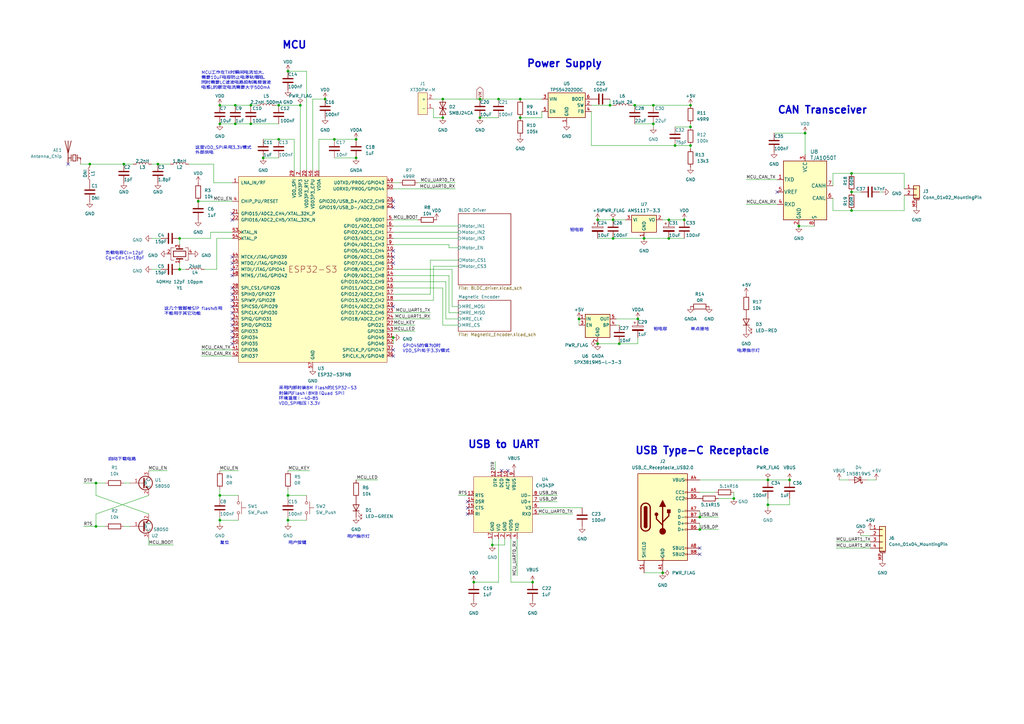
<source format=kicad_sch>
(kicad_sch (version 20230121) (generator eeschema)
  (paper "A3")
  (title_block (title "ServoLess") (date "2023-03-17") (rev "V1.1") (company "Aiano"))
  (junction (at 264.16 97.79))
  (junction (at 39.37 198.12))
  (junction (at 251.46 97.79))
  (junction (at 283.21 59.69))
  (junction (at 196.85 48.26))
  (junction (at 133.35 40.64))
  (junction (at 218.44 238.76))
  (junction (at 300.99 204.47))
  (junction (at 245.11 90.17))
  (junction (at 314.96 196.85))
  (junction (at 102.87 50.8))
  (junction (at 90.17 50.8))
  (junction (at 276.86 59.69))
  (junction (at 146.05 64.77))
  (junction (at 114.3 43.18))
  (junction (at 181.61 48.26))
  (junction (at 114.3 57.15))
  (junction (at 194.31 238.76))
  (junction (at 118.11 29.21))
  (junction (at 267.97 50.8))
  (junction (at 90.17 203.2))
  (junction (at 123.19 43.18))
  (junction (at 271.78 234.95))
  (junction (at 64.77 67.31))
  (junction (at 237.49 130.81))
  (junction (at 81.28 82.55))
  (junction (at 36.83 67.31))
  (junction (at 280.67 90.17))
  (junction (at 349.25 71.12))
  (junction (at 204.47 40.64))
  (junction (at 146.05 57.15))
  (junction (at 287.02 217.17))
  (junction (at 96.52 50.8))
  (junction (at 73.66 97.79))
  (junction (at 137.16 57.15))
  (junction (at 161.29 138.43))
  (junction (at 181.61 40.64))
  (junction (at 274.32 97.79))
  (junction (at 196.85 40.64))
  (junction (at 245.11 140.97))
  (junction (at 283.21 43.18))
  (junction (at 349.25 86.36))
  (junction (at 323.85 196.85))
  (junction (at 349.25 78.74))
  (junction (at 283.21 52.07))
  (junction (at 90.17 43.18))
  (junction (at 201.93 223.52))
  (junction (at 267.97 43.18))
  (junction (at 251.46 90.17))
  (junction (at 314.96 207.01))
  (junction (at 50.8 67.31))
  (junction (at 327.66 92.71))
  (junction (at 90.17 213.36))
  (junction (at 39.37 215.9))
  (junction (at 73.66 110.49))
  (junction (at 274.32 90.17))
  (junction (at 261.62 130.81))
  (junction (at 213.36 40.64))
  (junction (at 330.2 54.61))
  (junction (at 118.11 213.36))
  (junction (at 118.11 203.2))
  (junction (at 254 140.97))
  (junction (at 287.02 212.09))
  (junction (at 96.52 43.18))
  (junction (at 213.36 48.26))
  (junction (at 260.35 43.18))
  (junction (at 107.95 64.77))
  (junction (at 102.87 43.18))
  (junction (at 250.19 43.18))
  (no_connect (at 161.29 107.95))
  (no_connect (at 95.25 107.95))
  (no_connect (at 95.25 130.81))
  (no_connect (at 95.25 113.03))
  (no_connect (at 161.29 143.51))
  (no_connect (at 287.02 227.33))
  (no_connect (at 95.25 140.97))
  (no_connect (at 95.25 128.27))
  (no_connect (at 161.29 105.41))
  (no_connect (at 287.02 224.79))
  (no_connect (at 208.28 193.04))
  (no_connect (at 95.25 105.41))
  (no_connect (at 95.25 87.63))
  (no_connect (at 191.77 208.28))
  (no_connect (at 95.25 135.89))
  (no_connect (at 161.29 125.73))
  (no_connect (at 318.77 78.74))
  (no_connect (at 161.29 102.87))
  (no_connect (at 95.25 123.19))
  (no_connect (at 95.25 138.43))
  (no_connect (at 161.29 82.55))
  (no_connect (at 95.25 110.49))
  (no_connect (at 95.25 120.65))
  (no_connect (at 95.25 118.11))
  (no_connect (at 191.77 205.74))
  (no_connect (at 27.94 67.31))
  (no_connect (at 95.25 125.73))
  (no_connect (at 161.29 85.09))
  (no_connect (at 95.25 90.17))
  (no_connect (at 161.29 146.05))
  (no_connect (at 205.74 193.04))
  (no_connect (at 95.25 133.35))
  (no_connect (at 191.77 210.82))
  (wire (pts (xy 271.78 90.17) (xy 274.32 90.17)))
  (wire (pts (xy 274.32 97.79) (xy 280.67 97.79)))
  (wire (pts (xy 181.61 118.11) (xy 161.29 118.11)))
  (wire (pts (xy 170.18 133.35) (xy 161.29 133.35)))
  (wire (pts (xy 181.61 40.64) (xy 196.85 40.64)))
  (wire (pts (xy 97.79 193.04) (xy 90.17 193.04)))
  (wire (pts (xy 62.23 110.49) (xy 66.04 110.49)))
  (wire (pts (xy 118.11 200.66) (xy 118.11 203.2)))
  (wire (pts (xy 264.16 234.95) (xy 271.78 234.95)))
  (wire (pts (xy 237.49 130.81) (xy 237.49 133.35)))
  (wire (pts (xy 342.9 222.25) (xy 356.87 222.25)))
  (wire (pts (xy 82.55 143.51) (xy 95.25 143.51)))
  (wire (pts (xy 137.16 64.77) (xy 146.05 64.77)))
  (wire (pts (xy 177.8 44.45) (xy 177.8 48.26)))
  (wire (pts (xy 73.66 97.79) (xy 73.66 100.33)))
  (wire (pts (xy 39.37 210.82) (xy 60.96 203.2)))
  (wire (pts (xy 341.63 76.2) (xy 341.63 71.12)))
  (wire (pts (xy 254 140.97) (xy 245.11 140.97)))
  (wire (pts (xy 177.8 123.19) (xy 161.29 123.19)))
  (wire (pts (xy 161.29 97.79) (xy 187.96 97.79)))
  (wire (pts (xy 186.69 74.93) (xy 171.45 74.93)))
  (wire (pts (xy 274.32 90.17) (xy 280.67 90.17)))
  (wire (pts (xy 128.27 69.85) (xy 128.27 40.64)))
  (wire (pts (xy 287.02 201.93) (xy 293.37 201.93)))
  (wire (pts (xy 62.23 67.31) (xy 64.77 67.31)))
  (wire (pts (xy 73.66 107.95) (xy 73.66 110.49)))
  (wire (pts (xy 96.52 50.8) (xy 102.87 50.8)))
  (wire (pts (xy 314.96 208.28) (xy 314.96 207.01)))
  (wire (pts (xy 50.8 198.12) (xy 53.34 198.12)))
  (wire (pts (xy 60.96 223.52) (xy 60.96 220.98)))
  (wire (pts (xy 220.98 208.28) (xy 238.76 208.28)))
  (wire (pts (xy 184.15 113.03) (xy 161.29 113.03)))
  (wire (pts (xy 86.36 97.79) (xy 73.66 97.79)))
  (wire (pts (xy 86.36 95.25) (xy 86.36 97.79)))
  (wire (pts (xy 118.11 213.36) (xy 118.11 212.09)))
  (wire (pts (xy 300.99 201.93) (xy 300.99 204.47)))
  (wire (pts (xy 43.18 215.9) (xy 39.37 215.9)))
  (wire (pts (xy 118.11 203.2) (xy 118.11 204.47)))
  (wire (pts (xy 196.85 40.64) (xy 204.47 40.64)))
  (wire (pts (xy 252.73 130.81) (xy 261.62 130.81)))
  (wire (pts (xy 204.47 220.98) (xy 204.47 238.76)))
  (wire (pts (xy 287.02 196.85) (xy 314.96 196.85)))
  (wire (pts (xy 88.9 97.79) (xy 95.25 97.79)))
  (wire (pts (xy 341.63 71.12) (xy 349.25 71.12)))
  (wire (pts (xy 114.3 57.15) (xy 107.95 57.15)))
  (wire (pts (xy 33.02 67.31) (xy 36.83 67.31)))
  (wire (pts (xy 245.11 97.79) (xy 251.46 97.79)))
  (wire (pts (xy 62.23 97.79) (xy 66.04 97.79)))
  (wire (pts (xy 184.15 100.33) (xy 184.15 101.6)))
  (wire (pts (xy 182.88 115.57) (xy 161.29 115.57)))
  (wire (pts (xy 187.96 133.35) (xy 181.61 133.35)))
  (wire (pts (xy 294.64 204.47) (xy 300.99 204.47)))
  (wire (pts (xy 370.84 86.36) (xy 370.84 80.01)))
  (wire (pts (xy 250.19 40.64) (xy 250.19 43.18)))
  (wire (pts (xy 177.8 40.64) (xy 181.61 40.64)))
  (wire (pts (xy 90.17 213.36) (xy 90.17 212.09)))
  (wire (pts (xy 370.84 71.12) (xy 370.84 77.47)))
  (wire (pts (xy 177.8 109.22) (xy 177.8 123.19)))
  (wire (pts (xy 287.02 214.63) (xy 287.02 217.17)))
  (wire (pts (xy 176.53 128.27) (xy 161.29 128.27)))
  (wire (pts (xy 161.29 92.71) (xy 187.96 92.71)))
  (wire (pts (xy 349.25 86.36) (xy 370.84 86.36)))
  (wire (pts (xy 306.07 83.82) (xy 318.77 83.82)))
  (wire (pts (xy 118.11 203.2) (xy 125.73 203.2)))
  (wire (pts (xy 245.11 90.17) (xy 251.46 90.17)))
  (wire (pts (xy 242.57 45.72) (xy 242.57 59.69)))
  (wire (pts (xy 176.53 106.68) (xy 176.53 120.65)))
  (wire (pts (xy 250.19 43.18) (xy 251.46 43.18)))
  (wire (pts (xy 137.16 57.15) (xy 146.05 57.15)))
  (wire (pts (xy 34.29 198.12) (xy 39.37 198.12)))
  (wire (pts (xy 261.62 140.97) (xy 254 140.97)))
  (wire (pts (xy 222.25 45.72) (xy 222.25 48.26)))
  (wire (pts (xy 323.85 207.01) (xy 323.85 204.47)))
  (wire (pts (xy 177.8 48.26) (xy 181.61 48.26)))
  (wire (pts (xy 201.93 220.98) (xy 201.93 223.52)))
  (wire (pts (xy 81.28 82.55) (xy 95.25 82.55)))
  (wire (pts (xy 87.63 67.31) (xy 77.47 67.31)))
  (wire (pts (xy 130.81 57.15) (xy 137.16 57.15)))
  (wire (pts (xy 187.96 106.68) (xy 176.53 106.68)))
  (wire (pts (xy 39.37 198.12) (xy 39.37 203.2)))
  (wire (pts (xy 127 193.04) (xy 118.11 193.04)))
  (wire (pts (xy 90.17 213.36) (xy 97.79 213.36)))
  (wire (pts (xy 123.19 43.18) (xy 114.3 43.18)))
  (wire (pts (xy 355.6 196.85) (xy 359.41 196.85)))
  (wire (pts (xy 342.9 224.79) (xy 356.87 224.79)))
  (wire (pts (xy 95.25 95.25) (xy 86.36 95.25)))
  (wire (pts (xy 182.88 130.81) (xy 182.88 115.57)))
  (wire (pts (xy 96.52 43.18) (xy 102.87 43.18)))
  (wire (pts (xy 90.17 203.2) (xy 90.17 204.47)))
  (wire (pts (xy 39.37 210.82) (xy 39.37 215.9)))
  (wire (pts (xy 161.29 74.93) (xy 163.83 74.93)))
  (wire (pts (xy 260.35 50.8) (xy 267.97 50.8)))
  (wire (pts (xy 209.55 238.76) (xy 218.44 238.76)))
  (wire (pts (xy 34.29 215.9) (xy 39.37 215.9)))
  (wire (pts (xy 73.66 110.49) (xy 76.2 110.49)))
  (wire (pts (xy 185.42 110.49) (xy 161.29 110.49)))
  (wire (pts (xy 259.08 43.18) (xy 260.35 43.18)))
  (wire (pts (xy 176.53 120.65) (xy 161.29 120.65)))
  (wire (pts (xy 207.01 223.52) (xy 201.93 223.52)))
  (wire (pts (xy 83.82 110.49) (xy 88.9 110.49)))
  (wire (pts (xy 125.73 69.85) (xy 125.73 29.21)))
  (wire (pts (xy 228.6 203.2) (xy 220.98 203.2)))
  (wire (pts (xy 252.73 133.35) (xy 254 133.35)))
  (wire (pts (xy 361.95 78.74) (xy 360.68 78.74)))
  (wire (pts (xy 209.55 220.98) (xy 209.55 238.76)))
  (wire (pts (xy 204.47 238.76) (xy 194.31 238.76)))
  (wire (pts (xy 276.86 52.07) (xy 283.21 52.07)))
  (wire (pts (xy 222.25 48.26) (xy 213.36 48.26)))
  (wire (pts (xy 128.27 40.64) (xy 133.35 40.64)))
  (wire (pts (xy 43.18 198.12) (xy 39.37 198.12)))
  (wire (pts (xy 212.09 236.22) (xy 212.09 220.98)))
  (wire (pts (xy 306.07 73.66) (xy 318.77 73.66)))
  (wire (pts (xy 251.46 90.17) (xy 256.54 90.17)))
  (wire (pts (xy 234.95 210.82) (xy 220.98 210.82)))
  (wire (pts (xy 203.2 189.23) (xy 203.2 193.04)))
  (wire (pts (xy 287.02 209.55) (xy 287.02 212.09)))
  (wire (pts (xy 102.87 50.8) (xy 114.3 50.8)))
  (wire (pts (xy 50.8 67.31) (xy 54.61 67.31)))
  (wire (pts (xy 118.11 213.36) (xy 125.73 213.36)))
  (wire (pts (xy 276.86 59.69) (xy 283.21 59.69)))
  (wire (pts (xy 90.17 214.63) (xy 90.17 213.36)))
  (wire (pts (xy 161.29 95.25) (xy 187.96 95.25)))
  (wire (pts (xy 187.96 203.2) (xy 191.77 203.2)))
  (wire (pts (xy 196.85 48.26) (xy 204.47 48.26)))
  (wire (pts (xy 69.85 67.31) (xy 64.77 67.31)))
  (wire (pts (xy 353.06 219.71) (xy 356.87 219.71)))
  (wire (pts (xy 353.06 78.74) (xy 349.25 78.74)))
  (wire (pts (xy 187.96 125.73) (xy 185.42 125.73)))
  (wire (pts (xy 90.17 43.18) (xy 96.52 43.18)))
  (wire (pts (xy 317.5 54.61) (xy 330.2 54.61)))
  (wire (pts (xy 176.53 130.81) (xy 161.29 130.81)))
  (wire (pts (xy 184.15 128.27) (xy 184.15 113.03)))
  (wire (pts (xy 71.12 223.52) (xy 60.96 223.52)))
  (wire (pts (xy 82.55 146.05) (xy 95.25 146.05)))
  (wire (pts (xy 114.3 57.15) (xy 120.65 57.15)))
  (wire (pts (xy 242.57 59.69) (xy 276.86 59.69)))
  (wire (pts (xy 294.64 217.17) (xy 287.02 217.17)))
  (wire (pts (xy 267.97 50.8) (xy 267.97 52.07)))
  (wire (pts (xy 213.36 40.64) (xy 222.25 40.64)))
  (wire (pts (xy 113.03 43.18) (xy 114.3 43.18)))
  (wire (pts (xy 261.62 138.43) (xy 261.62 140.97)))
  (wire (pts (xy 120.65 69.85) (xy 120.65 57.15)))
  (wire (pts (xy 60.96 193.04) (xy 68.58 193.04)))
  (wire (pts (xy 186.69 77.47) (xy 161.29 77.47)))
  (wire (pts (xy 204.47 40.64) (xy 213.36 40.64)))
  (wire (pts (xy 95.25 74.93) (xy 87.63 74.93)))
  (wire (pts (xy 154.94 196.85) (xy 146.05 196.85)))
  (wire (pts (xy 344.17 196.85) (xy 347.98 196.85)))
  (wire (pts (xy 161.29 138.43) (xy 161.29 140.97)))
  (wire (pts (xy 130.81 69.85) (xy 130.81 57.15)))
  (wire (pts (xy 314.96 207.01) (xy 323.85 207.01)))
  (wire (pts (xy 264.16 97.79) (xy 274.32 97.79)))
  (wire (pts (xy 267.97 43.18) (xy 283.21 43.18)))
  (wire (pts (xy 349.25 71.12) (xy 370.84 71.12)))
  (wire (pts (xy 228.6 205.74) (xy 220.98 205.74)))
  (wire (pts (xy 90.17 200.66) (xy 90.17 203.2)))
  (wire (pts (xy 87.63 74.93) (xy 87.63 67.31)))
  (wire (pts (xy 207.01 220.98) (xy 207.01 223.52)))
  (wire (pts (xy 251.46 97.79) (xy 264.16 97.79)))
  (wire (pts (xy 187.96 128.27) (xy 184.15 128.27)))
  (wire (pts (xy 260.35 43.18) (xy 267.97 43.18)))
  (wire (pts (xy 341.63 81.28) (xy 341.63 86.36)))
  (wire (pts (xy 88.9 110.49) (xy 88.9 97.79)))
  (wire (pts (xy 187.96 109.22) (xy 177.8 109.22)))
  (wire (pts (xy 107.95 64.77) (xy 114.3 64.77)))
  (wire (pts (xy 287.02 212.09) (xy 294.64 212.09)))
  (wire (pts (xy 161.29 90.17) (xy 171.45 90.17)))
  (wire (pts (xy 185.42 125.73) (xy 185.42 110.49)))
  (wire (pts (xy 184.15 101.6) (xy 187.96 101.6)))
  (wire (pts (xy 123.19 69.85) (xy 123.19 43.18)))
  (wire (pts (xy 102.87 43.18) (xy 105.41 43.18)))
  (wire (pts (xy 341.63 86.36) (xy 349.25 86.36)))
  (wire (pts (xy 50.8 215.9) (xy 53.34 215.9)))
  (wire (pts (xy 187.96 130.81) (xy 182.88 130.81)))
  (wire (pts (xy 170.18 135.89) (xy 161.29 135.89)))
  (wire (pts (xy 36.83 67.31) (xy 50.8 67.31)))
  (wire (pts (xy 314.96 207.01) (xy 314.96 204.47)))
  (wire (pts (xy 39.37 203.2) (xy 60.96 210.82)))
  (wire (pts (xy 181.61 133.35) (xy 181.61 118.11)))
  (wire (pts (xy 314.96 196.85) (xy 323.85 196.85)))
  (wire (pts (xy 327.66 92.71) (xy 334.01 92.71)))
  (wire (pts (xy 242.57 43.18) (xy 250.19 43.18)))
  (wire (pts (xy 283.21 59.69) (xy 283.21 60.96)))
  (wire (pts (xy 330.2 54.61) (xy 330.2 63.5)))
  (wire (pts (xy 125.73 29.21) (xy 118.11 29.21)))
  (wire (pts (xy 118.11 214.63) (xy 118.11 213.36)))
  (wire (pts (xy 161.29 100.33) (xy 184.15 100.33)))
  (wire (pts (xy 90.17 203.2) (xy 97.79 203.2)))
  (wire (pts (xy 90.17 50.8) (xy 96.52 50.8)))
  (wire (pts (xy 283.21 50.8) (xy 283.21 52.07)))
  (text "单点接地" (at 283.21 135.89 0) (effects (font (size 1.27 1.27)) (justify left bottom)))
  (text "封装内Flash：8MB（Quad SPI）\n环境温度：-40~85\nVDD_SPI电压：3.3V" (at 114.3 166.37 0) (effects (font (size 1.27 1.27)) (justify left bottom)))
  (text "采用内部封装8M Flash的ESP32-S3" (at 114.3 160.02 0) (effects (font (size 1.27 1.27)) (justify left bottom)))
  (text "自动下载电路" (at 44.45 189.23 0) (effects (font (size 1.27 1.27)) (justify left bottom)))
  (text "USB to UART" (at 191.77 184.15 0) (effects (font (size 3 3) (thickness 0.6) bold) (justify left bottom)))
  (text "这几个管脚被SiP flash占用\n不能用于其它功能" (at 67.31 129.54 0) (effects (font (size 1.27 1.27)) (justify left bottom)))
  (text "负载电容Cl=12pF\nCg=Cd=14~18pF" (at 43.18 106.68 0) (effects (font (size 1.27 1.27)) (justify left bottom)))
  (text "这里VDD_SPI采用3.3V模式\n外部供电" (at 80.01 63.5 0) (effects (font (size 1.27 1.27)) (justify left bottom)))
  (text "电源指示灯" (at 302.26 144.78 0) (effects (font (size 1.27 1.27)) (justify left bottom)))
  (text "USB Type-C Receptacle" (at 260.35 186.69 0) (effects (font (size 3 3) (thickness 0.6) bold) (justify left bottom)))
  (text "钽电容\n" (at 267.97 135.89 0) (effects (font (size 1.27 1.27)) (justify left bottom)))
  (text "GPIO45的值为0时\nVDD_SPI处于3.3V模式" (at 165.1 144.78 0) (effects (font (size 1.27 1.27)) (justify left bottom)))
  (text "CAN Transceiver" (at 318.77 46.99 0) (effects (font (size 3 3) (thickness 0.6) bold) (justify left bottom)))
  (text "用户指示灯" (at 142.24 220.98 0) (effects (font (size 1.27 1.27)) (justify left bottom)))
  (text "MCU工作在TX时瞬间电流加大，\n需要10uF电容防止电源轨塌陷，\n同时需要LC滤波电路抑制高频谐波\n电感L的额定电流需要大于500mA" (at 82.55 36.83 0) (effects (font (size 1.27 1.27)) (justify left bottom)))
  (text "MCU\n" (at 115.57 20.32 0) (effects (font (size 3 3) (thickness 0.6) bold) (justify left bottom)))
  (text "复位\n" (at 90.17 223.52 0) (effects (font (size 1.27 1.27)) (justify left bottom)))
  (text "Power Supply\n" (at 215.9 27.94 0) (effects (font (size 3 3) (thickness 0.6) bold) (justify left bottom)))
  (text "钽电容\n" (at 233.68 95.25 0) (effects (font (size 1.27 1.27)) (justify left bottom)))
  (text "用户按键\n" (at 118.11 223.52 0) (effects (font (size 1.27 1.27)) (justify left bottom)))
  (label "MCU_EN" (at 95.25 82.55 180))
  (label "MCU_LED" (at 154.94 196.85 180))
  (label "USB_DN" (at 294.64 212.09 180))
  (label "MCU_UART0_TX" (at 186.69 74.93 180))
  (label "MCU_UART1_RX" (at 176.53 130.81 180))
  (label "MCU_UART0_TX" (at 234.95 210.82 180))
  (label "RTS" (at 187.96 203.2 0))
  (label "RTS" (at 34.29 215.9 0))
  (label "MCU_KEY" (at 127 193.04 180))
  (label "MCU_BOOT" (at 71.12 223.52 180))
  (label "MCU_CAN_RX" (at 82.55 146.05 0))
  (label "MCU_UART1_TX" (at 176.53 128.27 180))
  (label "MCU_UART1_RX" (at 342.9 224.79 0))
  (label "USB_DP" (at 294.64 217.17 180))
  (label "MCU_EN" (at 97.79 193.04 180))
  (label "MCU_UART0_RX" (at 186.69 77.47 180))
  (label "USB_DP" (at 228.6 205.74 180))
  (label "MCU_KEY" (at 170.18 133.35 180))
  (label "MCU_CAN_TX" (at 82.55 143.51 0))
  (label "MCU_CAN_RX" (at 306.07 83.82 0))
  (label "MCU_LED" (at 170.18 135.89 180))
  (label "MCU_BOOT" (at 171.45 90.17 180))
  (label "USB_DN" (at 228.6 203.2 180))
  (label "DTR" (at 203.2 189.23 270))
  (label "MCU_UART1_TX" (at 342.9 222.25 0))
  (label "MCU_EN" (at 68.58 193.04 180))
  (label "DTR" (at 34.29 198.12 0))
  (label "MCU_UART0_RX" (at 212.09 236.22 90))
  (label "MCU_CAN_TX" (at 306.07 73.66 0))
  (global_label "VM" (shape output) (at 196.85 40.64 90) (property "Intersheetrefs" "${INTERSHEET_REFS}" (effects hide)))
  (symbol (lib_id "power:VDDA") (at 261.62 130.81 0) (unit 1)
    (property "Reference" "#PWR040" (effects hide))
    (property "Value" "VDDA" (at 261.62 127 0))
  )
  (symbol (lib_id "Device:R") (at 90.17 196.85 0) (unit 1)
    (property "Reference" "R4" (at 92.71 195.5799 0) (effects (justify left)))
    (property "Value" "0R" (at 92.71 198.1199 0) (effects (justify left)))
    (property "Footprint" "Resistor_SMD:R_0402_1005Metric" (effects hide))
  )
  (symbol (lib_id "power:GND") (at 50.8 74.93 0) (unit 1)
    (property "Reference" "#PWR02" (effects hide))
    (property "Value" "GND" (at 50.8 78.74 0))
  )
  (symbol (lib_id "Device:R") (at 306.07 124.46 0) (unit 1)
    (property "Reference" "R17" (at 308.61 123.825 0) (effects (justify left)))
    (property "Value" "10k" (at 308.61 126.365 0) (effects (justify left)))
    (property "Footprint" "Resistor_SMD:R_0402_1005Metric" (effects hide))
  )
  (symbol (lib_id "Espressif:ESP32-S3") (at 128.27 110.49 0) (unit 1)
    (property "Reference" "U3" (at 130.2259 151.13 0) (effects (justify left)))
    (property "Value" "ESP32-S3FN8" (at 130.2259 153.67 0) (effects (justify left)))
    (property "Footprint" "Package_DFN_QFN:QFN-56-1EP_7x7mm_P0.4mm_EP5.6x5.6mm" (effects hide))
    (property "Datasheet" "https://www.espressif.com/sites/default/files/documentation/esp32-s3_datasheet_en.pdf" (effects hide))
  )
  (symbol (lib_id "power:GND") (at 133.35 48.26 0) (unit 1)
    (property "Reference" "#PWR020" (effects hide))
    (property "Value" "GND" (at 133.35 53.34 0))
  )
  (symbol (lib_id "Switch:SW_Push") (at 97.79 208.28 270) (unit 1)
    (property "Reference" "SW1" (at 101.6 207.645 90) (effects (justify left)))
    (property "Value" "SW_Push" (at 101.6 210.185 90) (effects (justify left)))
    (property "Footprint" "Button_Switch_SMD:SW_Push_1P1T_NO_Vertical_Wuerth_434133025816" (effects hide))
  )
  (symbol (lib_id "Device:R") (at 297.18 201.93 90) (unit 1)
    (property "Reference" "R16" (at 300.99 199.39 90))
    (property "Value" "5.1k" (at 297.18 199.39 90))
    (property "Footprint" "Resistor_SMD:R_0402_1005Metric" (effects hide))
  )
  (symbol (lib_id "power:GND") (at 194.31 246.38 0) (unit 1)
    (property "Reference" "#PWR028" (effects hide))
    (property "Value" "GND" (at 194.31 251.46 0))
  )
  (symbol (lib_id "Device:C") (at 280.67 93.98 0) (unit 1)
    (property "Reference" "C33" (at 281.305 91.44 0) (effects (justify left)))
    (property "Value" "100nF" (at 281.305 96.52 0) (effects (justify left)))
    (property "Footprint" "Capacitor_SMD:C_0402_1005Metric" (effects hide))
  )
  (symbol (lib_id "Device:C") (at 114.3 60.96 0) (unit 1)
    (property "Reference" "C13" (at 114.3 58.42 0) (effects (justify left)))
    (property "Value" "100nF" (at 114.3 63.5 0) (effects (justify left)))
    (property "Footprint" "Capacitor_SMD:C_0402_1005Metric" (effects hide))
  )
  (symbol (lib_name "PWR_FLAG_1") (lib_id "power:PWR_FLAG") (at 245.11 140.97 90) (unit 1)
    (property "Reference" "#FLG04" (effects hide))
    (property "Value" "PWR_FLAG" (at 241.3 141.605 90) (effects (justify left)))
  )
  (symbol (lib_id "Device:C") (at 146.05 60.96 0) (unit 1)
    (property "Reference" "C18" (at 149.86 60.325 0) (effects (justify left)))
    (property "Value" "1uF" (at 149.86 62.865 0) (effects (justify left)))
    (property "Footprint" "Capacitor_SMD:C_0603_1608Metric" (effects hide))
  )
  (symbol (lib_id "power:GND") (at 232.41 50.8 0) (unit 1)
    (property "Reference" "#PWR035" (effects hide))
    (property "Value" "GND" (at 232.41 55.88 0))
  )
  (symbol (lib_id "Device:Antenna_Chip") (at 30.48 64.77 0) (mirror y) (unit 1)
    (property "Reference" "AE1" (at 25.4 61.595 0) (effects (justify left)))
    (property "Value" "Antenna_Chip" (at 25.4 64.135 0) (effects (justify left)))
    (property "Footprint" "czm_kicad_lib:AN2051" (effects hide))
  )
  (symbol (lib_id "power:VDD") (at 90.17 43.18 0) (unit 1)
    (property "Reference" "#PWR010" (effects hide))
    (property "Value" "VDD" (at 90.17 39.37 0))
  )
  (symbol (lib_id "Device:C") (at 137.16 60.96 0) (unit 1)
    (property "Reference" "C17" (at 137.795 58.42 0) (effects (justify left)))
    (property "Value" "10nF" (at 137.795 63.5 0) (effects (justify left)))
    (property "Footprint" "Capacitor_SMD:C_0402_1005Metric" (effects hide))
  )
  (symbol (lib_id "Device:C") (at 96.52 46.99 0) (unit 1)
    (property "Reference" "C9" (at 96.52 44.45 0) (effects (justify left)))
    (property "Value" "1uF" (at 96.52 49.53 0) (effects (justify left)))
    (property "Footprint" "Capacitor_SMD:C_0603_1608Metric" (effects hide))
  )
  (symbol (lib_id "power:VDD") (at 81.28 74.93 0) (unit 1)
    (property "Reference" "#PWR08" (effects hide))
    (property "Value" "VDD" (at 81.28 71.12 0))
  )
  (symbol (lib_id "Device:C") (at 107.95 60.96 0) (unit 1)
    (property "Reference" "C11" (at 107.95 58.42 0) (effects (justify left)))
    (property "Value" "1uF" (at 107.95 63.5 0) (effects (justify left)))
    (property "Footprint" "Capacitor_SMD:C_0603_1608Metric" (effects hide))
  )
  (symbol (lib_id "czm_kicad_lib:XT30PW-M") (at 171.45 46.99 0) (unit 1)
    (property "Reference" "J1" (at 173.355 34.29 0))
    (property "Value" "XT30PW-M" (at 173.355 36.83 0))
    (property "Footprint" "czm_kicad_lib:AMASS_XT30PW-M_1x02_P2.50mm_Horizontal" (effects hide))
  )
  (symbol (lib_id "power:GND") (at 327.66 92.71 0) (unit 1)
    (property "Reference" "#PWR055" (effects hide))
    (property "Value" "GND" (at 327.66 97.79 0))
  )
  (symbol (lib_id "Device:R") (at 349.25 82.55 0) (unit 1)
    (property "Reference" "R19" (at 346.71 82.55 90))
    (property "Value" "60R" (at 349.25 82.55 90))
    (property "Footprint" "Resistor_SMD:R_0402_1005Metric" (effects hide))
  )
  (symbol (lib_id "Device:R") (at 283.21 55.88 0) (unit 1)
    (property "Reference" "R12" (at 285.75 55.245 0) (effects (justify left)))
    (property "Value" "100k" (at 285.75 57.785 0) (effects (justify left)))
    (property "Footprint" "Resistor_SMD:R_0402_1005Metric" (effects hide))
  )
  (symbol (lib_id "power:VDD") (at 179.07 90.17 0) (unit 1)
    (property "Reference" "#PWR025" (effects hide))
    (property "Value" "VDD" (at 179.07 86.36 0))
  )
  (symbol (lib_id "power:VDD") (at 118.11 29.21 0) (unit 1)
    (property "Reference" "#PWR015" (effects hide))
    (property "Value" "VDD" (at 118.11 25.4 0))
  )
  (symbol (lib_id "power:VDD") (at 133.35 40.64 0) (unit 1)
    (property "Reference" "#PWR019" (effects hide))
    (property "Value" "VDD" (at 133.35 36.83 0))
  )
  (symbol (lib_id "Device:L") (at 36.83 71.12 180) (unit 1)
    (property "Reference" "L1" (at 38.1 71.12 90))
    (property "Value" "DNI" (at 34.925 71.12 90))
    (property "Footprint" "Inductor_SMD:L_0402_1005Metric" (effects hide))
  )
  (symbol (lib_id "Device:C") (at 254 137.16 0) (unit 1)
    (property "Reference" "C27" (at 254 134.62 0) (effects (justify left)))
    (property "Value" "10nF" (at 254 139.7 0) (effects (justify left)))
    (property "Footprint" "Capacitor_SMD:C_0402_1005Metric" (effects hide))
  )
  (symbol (lib_id "power:GND") (at 361.95 229.87 0) (unit 1)
    (property "Reference" "#PWR013" (effects hide))
    (property "Value" "GND" (at 361.95 234.95 0))
  )
  (symbol (lib_id "power:GND") (at 128.27 151.13 0) (unit 1)
    (property "Reference" "#PWR018" (effects hide))
    (property "Value" "GND" (at 128.27 156.21 0))
  )
  (symbol (lib_id "power:GND") (at 213.36 55.88 0) (unit 1)
    (property "Reference" "#PWR032" (effects hide))
    (property "Value" "GND" (at 213.36 60.96 0))
  )
  (symbol (lib_id "power:PWR_FLAG") (at 271.78 234.95 270) (unit 1)
    (property "Reference" "#FLG01" (effects hide))
    (property "Value" "PWR_FLAG" (at 275.59 234.9499 90) (effects (justify left)))
  )
  (symbol (lib_id "power:GND") (at 314.96 208.28 0) (unit 1)
    (property "Reference" "#PWR052" (effects hide))
    (property "Value" "GND" (at 314.96 213.36 0))
  )
  (symbol (lib_id "Device:C") (at 196.85 44.45 0) (unit 1)
    (property "Reference" "C20" (at 196.85 41.91 0) (effects (justify left)))
    (property "Value" "10uF" (at 196.85 46.99 0) (effects (justify left)))
    (property "Footprint" "Capacitor_SMD:C_1206_3216Metric" (effects hide))
  )
  (symbol (lib_id "power:GNDA") (at 283.21 125.73 0) (unit 1)
    (property "Reference" "#PWR047" (effects hide))
    (property "Value" "GNDA" (at 283.21 130.81 0))
  )
  (symbol (lib_id "power:GND") (at 218.44 246.38 0) (unit 1)
    (property "Reference" "#PWR034" (effects hide))
    (property "Value" "GND" (at 218.44 251.46 0))
  )
  (symbol (lib_id "Device:C") (at 81.28 86.36 0) (unit 1)
    (property "Reference" "C6" (at 85.09 85.725 0) (effects (justify left)))
    (property "Value" "1uF" (at 85.09 88.265 0) (effects (justify left)))
    (property "Footprint" "Capacitor_SMD:C_0402_1005Metric" (effects hide))
  )
  (symbol (lib_id "power:GND") (at 118.11 36.83 0) (unit 1)
    (property "Reference" "#PWR016" (effects hide))
    (property "Value" "GND" (at 118.11 41.91 0))
  )
  (symbol (lib_name "PWR_FLAG_2") (lib_id "power:PWR_FLAG") (at 251.46 90.17 0) (unit 1)
    (property "Reference" "#FLG05" (effects hide))
    (property "Value" "PWR_FLAG" (at 251.46 86.36 0))
  )
  (symbol (lib_id "Device:R") (at 46.99 198.12 90) (unit 1)
    (property "Reference" "R1" (at 46.99 191.77 90))
    (property "Value" "10k" (at 46.99 194.31 90))
    (property "Footprint" "Resistor_SMD:R_0402_1005Metric" (effects hide))
  )
  (symbol (lib_id "power:GND") (at 62.23 97.79 270) (unit 1)
    (property "Reference" "#PWR03" (effects hide))
    (property "Value" "GND" (at 58.42 98.425 90) (effects (justify right)))
  )
  (symbol (lib_id "Device:C") (at 118.11 208.28 0) (unit 1)
    (property "Reference" "C15" (at 118.11 205.74 0) (effects (justify left)))
    (property "Value" "100nF" (at 118.11 210.82 0) (effects (justify left)))
    (property "Footprint" "Capacitor_SMD:C_0402_1005Metric" (effects hide))
  )
  (symbol (lib_id "Diode:1N5819WS") (at 351.79 196.85 180) (unit 1)
    (property "Reference" "D4" (at 352.1075 191.77 0))
    (property "Value" "1N5819WS" (at 352.1075 194.31 0))
    (property "Footprint" "Diode_SMD:D_SOD-323" (effects hide))
    (property "Datasheet" "https://datasheet.lcsc.com/lcsc/2204281430_Guangdong-Hottech-1N5819WS_C191023.pdf" (effects hide))
  )
  (symbol (lib_id "Device:L") (at 109.22 43.18 90) (unit 1)
    (property "Reference" "L5" (at 109.22 39.37 90))
    (property "Value" "2.2nH 500mA" (at 109.22 41.91 90))
    (property "Footprint" "Inductor_SMD:L_0603_1608Metric" (effects hide))
  )
  (symbol (lib_id "power:GND") (at 90.17 214.63 0) (unit 1)
    (property "Reference" "#PWR012" (effects hide))
    (property "Value" "GND" (at 90.17 219.71 0))
  )
  (symbol (lib_id "Device:R") (at 146.05 200.66 0) (unit 1)
    (property "Reference" "R6" (at 148.59 200.025 0) (effects (justify left)))
    (property "Value" "10k" (at 148.59 202.565 0) (effects (justify left)))
    (property "Footprint" "Resistor_SMD:R_0402_1005Metric" (effects hide))
  )
  (symbol (lib_id "Device:Crystal_GND24") (at 73.66 104.14 90) (unit 1)
    (property "Reference" "Y1" (at 73.66 118.11 90))
    (property "Value" "40MHz 12pF 10ppm" (at 73.66 115.57 90))
    (property "Footprint" "Crystal:Crystal_SMD_3225-4Pin_3.2x2.5mm" (effects hide))
  )
  (symbol (lib_id "power:+5V") (at 237.49 130.81 0) (unit 1)
    (property "Reference" "#PWR036" (effects hide))
    (property "Value" "+5V" (at 237.49 127 0))
  )
  (symbol (lib_id "Device:C") (at 194.31 242.57 0) (unit 1)
    (property "Reference" "C19" (at 198.12 241.2999 0) (effects (justify left)))
    (property "Value" "1uF" (at 198.12 243.8399 0) (effects (justify left)))
    (property "Footprint" "Capacitor_SMD:C_0603_1608Metric" (effects hide))
  )
  (symbol (lib_id "Device:C") (at 251.46 93.98 0) (unit 1)
    (property "Reference" "C26" (at 251.46 91.44 0) (effects (justify left)))
    (property "Value" "100nF" (at 251.46 96.52 0) (effects (justify left)))
    (property "Footprint" "Capacitor_SMD:C_0402_1005Metric" (effects hide))
  )
  (symbol (lib_id "Device:R") (at 287.02 125.73 90) (unit 1)
    (property "Reference" "R14" (at 287.02 120.65 90))
    (property "Value" "0R" (at 287.02 123.19 90))
    (property "Footprint" "Resistor_SMD:R_0402_1005Metric" (effects hide))
  )
  (symbol (lib_id "Device:C") (at 90.17 46.99 0) (unit 1)
    (property "Reference" "C7" (at 90.17 44.45 0) (effects (justify left)))
    (property "Value" "10uF" (at 90.17 49.53 0) (effects (justify left)))
    (property "Footprint" "Capacitor_SMD:C_1206_3216Metric" (effects hide))
  )
  (symbol (lib_id "Device:C") (at 102.87 46.99 0) (unit 1)
    (property "Reference" "C10" (at 103.505 44.45 0) (effects (justify left)))
    (property "Value" "100nF" (at 103.505 49.53 0) (effects (justify left)))
    (property "Footprint" "Capacitor_SMD:C_0402_1005Metric" (effects hide))
  )
  (symbol (lib_id "power:+5V") (at 306.07 120.65 0) (unit 1)
    (property "Reference" "#PWR050" (effects hide))
    (property "Value" "+5V" (at 306.07 116.84 0))
  )
  (symbol (lib_id "Connector_Generic_MountingPin:Conn_01x04_MountingPin") (at 361.95 219.71 0) (unit 1)
    (property "Reference" "J6" (at 364.49 220.7006 0) (effects (justify left)))
    (property "Value" "Conn_01x04_MountingPin" (at 364.49 223.2406 0) (effects (justify left)))
    (property "Footprint" "Connector_JST:JST_SH_SM04B-SRSS-TB_1x04-1MP_P1.00mm_Horizontal" (effects hide))
  )
  (symbol (lib_id "power:VDD") (at 194.31 238.76 0) (unit 1)
    (property "Reference" "#PWR027" (effects hide))
    (property "Value" "VDD" (at 194.31 234.95 0))
  )
  (symbol (lib_name "PWR_FLAG_3") (lib_id "power:PWR_FLAG") (at 123.19 43.18 0) (unit 1)
    (property "Reference" "#FLG06" (effects hide))
    (property "Value" "PWR_FLAG" (at 123.19 39.37 0))
  )
  (symbol (lib_id "power:GND") (at 375.92 85.09 0) (unit 1)
    (property "Reference" "#PWR063" (effects hide))
    (property "Value" "GND" (at 375.92 90.17 0))
  )
  (symbol (lib_id "Regulator_Switching:TPS54202DDC") (at 232.41 43.18 0) (unit 1)
    (property "Reference" "U5" (at 232.41 34.29 0))
    (property "Value" "TPS54202DDC" (at 232.41 36.83 0))
    (property "Footprint" "Package_TO_SOT_SMD:SOT-23-6" (effects hide))
    (property "Datasheet" "http://www.ti.com/lit/ds/symlink/tps54202.pdf" (effects hide))
  )
  (symbol (lib_id "power:GND") (at 107.95 64.77 0) (unit 1)
    (property "Reference" "#PWR014" (effects hide))
    (property "Value" "GND" (at 107.95 69.85 0))
  )
  (symbol (lib_id "Device:C") (at 90.17 208.28 0) (unit 1)
    (property "Reference" "C8" (at 90.17 205.74 0) (effects (justify left)))
    (property "Value" "100nF" (at 90.17 210.82 0) (effects (justify left)))
    (property "Footprint" "Capacitor_SMD:C_0402_1005Metric" (effects hide))
  )
  (symbol (lib_id "Device:C") (at 118.11 33.02 0) (unit 1)
    (property "Reference" "C14" (at 118.11 30.48 0) (effects (justify left)))
    (property "Value" "100nF" (at 118.11 35.56 0) (effects (justify left)))
    (property "Footprint" "Capacitor_SMD:C_0402_1005Metric" (effects hide))
  )
  (symbol (lib_id "power:+5V") (at 245.11 90.17 0) (unit 1)
    (property "Reference" "#PWR038" (effects hide))
    (property "Value" "+5V" (at 245.11 86.36 0))
  )
  (symbol (lib_id "power:GNDA") (at 245.11 140.97 0) (unit 1)
    (property "Reference" "#PWR039" (effects hide))
    (property "Value" "GNDA" (at 245.11 146.05 0))
  )
  (symbol (lib_id "power:GND") (at 146.05 212.09 0) (unit 1)
    (property "Reference" "#PWR023" (effects hide))
    (property "Value" "GND" (at 146.05 217.17 0))
  )
  (symbol (lib_id "power:GND") (at 267.97 52.07 0) (unit 1)
    (property "Reference" "#PWR042" (effects hide))
    (property "Value" "GND" (at 267.97 57.15 0))
  )
  (symbol (lib_id "Device:C") (at 276.86 55.88 0) (unit 1)
    (property "Reference" "C32" (at 276.86 53.34 0) (effects (justify left)))
    (property "Value" "75pF" (at 276.86 58.42 0) (effects (justify left)))
    (property "Footprint" "Capacitor_SMD:C_0402_1005Metric" (effects hide))
  )
  (symbol (lib_id "Device:C") (at 218.44 242.57 0) (unit 1)
    (property "Reference" "C22" (at 222.25 241.2999 0) (effects (justify left)))
    (property "Value" "1uF" (at 222.25 243.8399 0) (effects (justify left)))
    (property "Footprint" "Capacitor_SMD:C_0603_1608Metric" (effects hide))
  )
  (symbol (lib_id "Device:R") (at 349.25 74.93 0) (unit 1)
    (property "Reference" "R18" (at 346.71 76.2 90) (effects (justify left)))
    (property "Value" "60R" (at 349.25 76.2 90) (effects (justify left)))
    (property "Footprint" "Resistor_SMD:R_0402_1005Metric" (effects hide))
  )
  (symbol (lib_id "Device:C") (at 323.85 200.66 0) (unit 1)
    (property "Reference" "C36" (at 325.12 198.12 0) (effects (justify left)))
    (property "Value" "1uF" (at 320.04 203.2 0) (effects (justify left)))
    (property "Footprint" "Capacitor_SMD:C_0402_1005Metric" (effects hide))
  )
  (symbol (lib_id "Device:C") (at 36.83 78.74 0) (unit 1)
    (property "Reference" "C1" (at 37.465 76.2 0) (effects (justify left)))
    (property "Value" "DNI" (at 37.465 81.28 0) (effects (justify left)))
    (property "Footprint" "Capacitor_SMD:C_0402_1005Metric" (effects hide))
  )
  (symbol (lib_id "Device:C") (at 356.87 78.74 90) (unit 1)
    (property "Reference" "C37" (at 353.06 77.47 90))
    (property "Value" "47nF" (at 360.68 77.47 90))
    (property "Footprint" "Capacitor_SMD:C_0402_1005Metric" (effects hide))
  )
  (symbol (lib_id "Device:L") (at 80.01 110.49 90) (unit 1)
    (property "Reference" "L4" (at 80.01 111.76 90))
    (property "Value" "24nH" (at 80.01 109.22 90))
    (property "Footprint" "Inductor_SMD:L_0402_1005Metric" (effects hide))
  )
  (symbol (lib_id "power:VDD") (at 280.67 90.17 0) (unit 1)
    (property "Reference" "#PWR044" (effects hide))
    (property "Value" "VDD" (at 280.67 86.36 0))
  )
  (symbol (lib_id "power:+5V") (at 359.41 196.85 0) (unit 1)
    (property "Reference" "#PWR060" (effects hide))
    (property "Value" "+5V" (at 359.41 193.04 0))
  )
  (symbol (lib_id "Device:R") (at 290.83 204.47 90) (unit 1)
    (property "Reference" "R15" (at 293.37 207.01 90))
    (property "Value" "5.1k" (at 289.56 207.01 90))
    (property "Footprint" "Resistor_SMD:R_0402_1005Metric" (effects hide))
  )
  (symbol (lib_id "Device:C_Polarized") (at 274.32 93.98 0) (unit 1)
    (property "Reference" "C31" (at 274.32 91.44 0) (effects (justify left)))
    (property "Value" "10uF" (at 274.32 96.52 0) (effects (justify left)))
    (property "Footprint" "Capacitor_SMD:C_1206_3216Metric" (effects hide))
  )
  (symbol (lib_id "Device:R") (at 175.26 90.17 90) (unit 1)
    (property "Reference" "R8" (at 175.26 85.09 90))
    (property "Value" "10k" (at 175.26 87.63 90))
    (property "Footprint" "Resistor_SMD:R_0402_1005Metric" (effects hide))
  )
  (symbol (lib_id "power:GND") (at 62.23 110.49 270) (unit 1)
    (property "Reference" "#PWR04" (effects hide))
    (property "Value" "GND" (at 58.42 111.125 90) (effects (justify right)))
  )
  (symbol (lib_id "Device:L") (at 255.27 43.18 90) (unit 1)
    (property "Reference" "L6" (at 255.27 39.37 90))
    (property "Value" "15uH 2A" (at 255.27 41.91 90))
    (property "Footprint" "Inductor_SMD:L_7.3x7.3_H3.5" (effects hide))
  )
  (symbol (lib_id "Device:C") (at 238.76 212.09 0) (unit 1)
    (property "Reference" "C23" (at 242.57 210.8199 0) (effects (justify left)))
    (property "Value" "100nF" (at 242.57 213.3599 0) (effects (justify left)))
    (property "Footprint" "Capacitor_SMD:C_0402_1005Metric" (effects hide))
  )
  (symbol (lib_id "power:GND") (at 264.16 97.79 0) (unit 1)
    (property "Reference" "#PWR041" (effects hide))
    (property "Value" "GND" (at 264.16 102.87 0))
  )
  (symbol (lib_id "power:GND") (at 68.58 104.14 270) (unit 1)
    (property "Reference" "#PWR06" (effects hide))
    (property "Value" "GND" (at 64.77 104.775 90) (effects (justify right)))
  )
  (symbol (lib_id "Device:C_Polarized") (at 245.11 93.98 0) (unit 1)
    (property "Reference" "C24" (at 245.11 91.44 0) (effects (justify left)))
    (property "Value" "10uF" (at 245.11 96.52 0) (effects (justify left)))
    (property "Footprint" "Capacitor_SMD:C_1206_3216Metric" (effects hide))
  )
  (symbol (lib_id "power:+5V") (at 356.87 217.17 0) (unit 1)
    (property "Reference" "#PWR059" (effects hide))
    (property "Value" "+5V" (at 356.87 213.36 0))
  )
  (symbol (lib_id "Device:D_TVS") (at 181.61 44.45 90) (unit 1)
    (property "Reference" "D2" (at 184.15 43.815 90) (effects (justify right)))
    (property "Value" "SMBJ24CA" (at 184.15 46.355 90) (effects (justify right)))
    (property "Footprint" "Diode_SMD:D_SMB" (effects hide))
  )
  (symbol (lib_id "Device:C") (at 50.8 71.12 0) (unit 1)
    (property "Reference" "C2" (at 50.8 68.58 0) (effects (justify left)))
    (property "Value" "1pF" (at 50.8 73.66 0) (effects (justify left)))
    (property "Footprint" "Capacitor_SMD:C_0402_1005Metric" (effects hide))
  )
  (symbol (lib_id "Esp32Display:S8050") (at 59.69 198.12 0) (unit 1)
    (property "Reference" "U1" (at 63.5 196.8499 0) (effects (justify left)))
    (property "Value" "S8050" (at 63.5 199.3899 0) (effects (justify left)))
    (property "Footprint" "Package_TO_SOT_SMD:TSOT-23" (effects hide))
  )
  (symbol (lib_id "Device:R") (at 81.28 78.74 0) (unit 1)
    (property "Reference" "R3" (at 83.82 78.105 0) (effects (justify left)))
    (property "Value" "10k" (at 83.82 80.645 0) (effects (justify left)))
    (property "Footprint" "Resistor_SMD:R_0402_1005Metric" (effects hide))
  )
  (symbol (lib_id "Device:C") (at 317.5 58.42 0) (unit 1)
    (property "Reference" "C35" (at 317.5 55.88 0) (effects (justify left)))
    (property "Value" "100nF" (at 317.5 60.96 0) (effects (justify left)))
    (property "Footprint" "Capacitor_SMD:C_0402_1005Metric" (effects hide))
  )
  (symbol (lib_id "Device:C_Polarized") (at 261.62 134.62 0) (unit 1)
    (property "Reference" "C29" (at 261.62 132.08 0) (effects (justify left)))
    (property "Value" "1uF" (at 261.62 137.16 0) (effects (justify left)))
    (property "Footprint" "Capacitor_SMD:C_0603_1608Metric" (effects hide))
  )
  (symbol (lib_id "power:GND") (at 78.74 104.14 90) (unit 1)
    (property "Reference" "#PWR07" (effects hide))
    (property "Value" "GND" (at 82.55 104.775 90) (effects (justify right)))
  )
  (symbol (lib_id "power:VBUS") (at 344.17 196.85 0) (unit 1)
    (property "Reference" "#PWR057" (effects hide))
    (property "Value" "VBUS" (at 344.17 193.04 0))
  )
  (symbol (lib_id "Device:C") (at 204.47 44.45 0) (unit 1)
    (property "Reference" "C21" (at 204.47 41.91 0) (effects (justify left)))
    (property "Value" "100nF" (at 204.47 46.99 0) (effects (justify left)))
    (property "Footprint" "Capacitor_SMD:C_0402_1005Metric" (effects hide))
  )
  (symbol (lib_id "Device:C") (at 64.77 71.12 0) (unit 1)
    (property "Reference" "C3" (at 64.77 68.58 0) (effects (justify left)))
    (property "Value" "1.8pF" (at 64.77 73.66 0) (effects (justify left)))
    (property "Footprint" "Capacitor_SMD:C_0402_1005Metric" (effects hide))
  )
  (symbol (lib_id "Device:LED") (at 306.07 132.08 90) (unit 1)
    (property "Reference" "D3" (at 309.88 133.0325 90) (effects (justify right)))
    (property "Value" "LED-RED" (at 309.88 135.5725 90) (effects (justify right)))
    (property "Footprint" "LED_SMD:LED_0603_1608Metric" (effects hide))
  )
  (symbol (lib_id "power:GND") (at 90.17 50.8 0) (unit 1)
    (property "Reference" "#PWR011" (effects hide))
    (property "Value" "GND" (at 90.17 55.88 0))
  )
  (symbol (lib_id "Device:L") (at 58.42 67.31 90) (unit 1)
    (property "Reference" "L3" (at 58.42 68.58 90))
    (property "Value" "2.2nH" (at 58.42 66.04 90))
    (property "Footprint" "Inductor_SMD:L_0402_1005Metric" (effects hide))
  )
  (symbol (lib_id "czm_kicad_lib:TJA1050T") (at 313.69 71.12 0) (unit 1)
    (property "Reference" "U8" (at 332.2702 62.23 0) (effects (font (size 1.524 1.524)) (justify left)))
    (property "Value" "TJA1050T" (at 332.2702 64.77 0) (effects (font (size 1.524 1.524)) (justify left)))
    (property "Footprint" "czm_kicad_lib:TJA1050T" (effects hide))
  )
  (symbol (lib_id "Switch:SW_Push") (at 125.73 208.28 270) (unit 1)
    (property "Reference" "SW2" (at 129.54 207.645 90) (effects (justify left)))
    (property "Value" "SW_Push" (at 129.54 210.185 90) (effects (justify left)))
    (property "Footprint" "Button_Switch_SMD:SW_Push_1P1T_NO_Vertical_Wuerth_434133025816" (effects hide))
  )
  (symbol (lib_id "Device:R") (at 118.11 196.85 0) (unit 1)
    (property "Reference" "R5" (at 120.65 195.5799 0) (effects (justify left)))
    (property "Value" "0R" (at 120.65 198.1199 0) (effects (justify left)))
    (property "Footprint" "Resistor_SMD:R_0402_1005Metric" (effects hide))
  )
  (symbol (lib_id "power:VBUS") (at 218.44 238.76 0) (unit 1)
    (property "Reference" "#PWR033" (effects hide))
    (property "Value" "VBUS" (at 218.44 233.68 0))
  )
  (symbol (lib_id "power:+5V") (at 283.21 43.18 0) (unit 1)
    (property "Reference" "#PWR045" (effects hide))
    (property "Value" "+5V" (at 283.21 39.37 0))
  )
  (symbol (lib_id "Regulator_Linear:SPX3819M5-L-3-3") (at 245.11 133.35 0) (unit 1)
    (property "Reference" "U6" (at 240.03 146.05 0))
    (property "Value" "SPX3819M5-L-3-3" (at 245.11 148.59 0))
    (property "Footprint" "Package_TO_SOT_SMD:SOT-23-5" (effects hide))
    (property "Datasheet" "https://www.exar.com/content/document.ashx?id=22106&languageid=1033&type=Datasheet&partnumber=SPX3819&filename=SPX3819.pdf&part=SPX3819" (effects hide))
  )
  (symbol (lib_id "Device:R") (at 213.36 52.07 0) (unit 1)
    (property "Reference" "R10" (at 215.9 51.435 0) (effects (justify left)))
    (property "Value" "105k" (at 215.9 53.975 0) (effects (justify left)))
    (property "Footprint" "Resistor_SMD:R_0402_1005Metric" (effects hide))
  )
  (symbol (lib_id "power:GND") (at 64.77 74.93 0) (unit 1)
    (property "Reference" "#PWR05" (effects hide))
    (property "Value" "GND" (at 64.77 78.74 0))
  )
  (symbol (lib_id "power:GND") (at 238.76 215.9 0) (unit 1)
    (property "Reference" "#PWR037" (effects hide))
    (property "Value" "GND" (at 238.76 220.98 0))
  )
  (symbol (lib_id "power:GND") (at 36.83 82.55 0) (unit 1)
    (property "Reference" "#PWR01" (effects hide))
    (property "Value" "GND" (at 36.83 87.63 0))
  )
  (symbol (lib_id "Device:C") (at 314.96 200.66 0) (unit 1)
    (property "Reference" "C34" (at 316.23 198.12 0) (effects (justify left)))
    (property "Value" "100nF" (at 308.61 203.2 0) (effects (justify left)))
    (property "Footprint" "Capacitor_SMD:C_0402_1005Metric" (effects hide))
  )
  (symbol (lib_id "Device:R") (at 283.21 64.77 0) (unit 1)
    (property "Reference" "R13" (at 287.02 63.5 0))
    (property "Value" "13k3" (at 288.29 66.04 0))
    (property "Footprint" "Resistor_SMD:R_0402_1005Metric" (effects hide))
  )
  (symbol (lib_id "power:GND") (at 361.95 78.74 90) (unit 1)
    (property "Reference" "#PWR061" (effects hide))
    (property "Value" "GND" (at 365.76 79.375 90) (effects (justify right)))
  )
  (symbol (lib_id "power:GND") (at 181.61 48.26 0) (unit 1)
    (property "Reference" "#PWR026" (effects hide))
    (property "Value" "GND" (at 181.61 53.34 0))
  )
  (symbol (lib_id "power:GND") (at 201.93 223.52 0) (unit 1)
    (property "Reference" "#PWR030" (effects hide))
    (property "Value" "GND" (at 201.93 228.6 0))
  )
  (symbol (lib_id "power:PWR_FLAG") (at 314.96 196.85 0) (unit 1)
    (property "Reference" "#FLG02" (effects hide))
    (property "Value" "PWR_FLAG" (at 314.96 191.77 0))
  )
  (symbol (lib_id "Device:LED") (at 146.05 208.28 90) (unit 1)
    (property "Reference" "D1" (at 149.86 209.2325 90) (effects (justify right)))
    (property "Value" "LED-GREEN" (at 149.86 211.7725 90) (effects (justify right)))
    (property "Footprint" "LED_SMD:LED_0603_1608Metric" (effects hide))
  )
  (symbol (lib_id "Esp32Display:S8050") (at 59.69 215.9 0) (mirror x) (unit 1)
    (property "Reference" "U2" (at 63.5 219.71 0))
    (property "Value" "S8050" (at 66.04 217.17 0))
    (property "Footprint" "Package_TO_SOT_SMD:TSOT-23" (effects hide))
  )
  (symbol (lib_id "power:GND") (at 283.21 68.58 0) (unit 1)
    (property "Reference" "#PWR046" (effects hide))
    (property "Value" "GND" (at 283.21 73.66 0))
  )
  (symbol (lib_id "Device:R") (at 46.99 215.9 90) (unit 1)
    (property "Reference" "R2" (at 46.99 209.55 90))
    (property "Value" "10k" (at 46.99 212.09 90))
    (property "Footprint" "Resistor_SMD:R_0402_1005Metric" (effects hide))
  )
  (symbol (lib_id "power:GND") (at 118.11 214.63 0) (unit 1)
    (property "Reference" "#PWR017" (effects hide))
    (property "Value" "GND" (at 118.11 219.71 0))
  )
  (symbol (lib_id "power:GND") (at 306.07 135.89 0) (unit 1)
    (property "Reference" "#PWR051" (effects hide))
    (property "Value" "GND" (at 306.07 140.97 0))
  )
  (symbol (lib_id "Device:C") (at 133.35 44.45 0) (unit 1)
    (property "Reference" "C16" (at 133.35 41.91 0) (effects (justify left)))
    (property "Value" "100nF" (at 133.35 46.99 0) (effects (justify left)))
    (property "Footprint" "Capacitor_SMD:C_0402_1005Metric" (effects hide))
  )
  (symbol (lib_id "Device:R") (at 167.64 74.93 90) (unit 1)
    (property "Reference" "R7" (at 167.64 69.85 90))
    (property "Value" "499R" (at 167.64 72.39 90))
    (property "Footprint" "Resistor_SMD:R_0402_1005Metric" (effects hide))
  )
  (symbol (lib_id "power:GND") (at 290.83 125.73 0) (unit 1)
    (property "Reference" "#PWR048" (effects hide))
    (property "Value" "GND" (at 290.83 130.81 0))
  )
  (symbol (lib_id "Device:R") (at 213.36 44.45 0) (unit 1)
    (property "Reference" "R9" (at 215.9 43.815 0) (effects (justify left)))
    (property "Value" "511k" (at 215.9 46.355 0) (effects (justify left)))
    (property "Footprint" "Resistor_SMD:R_0402_1005Metric" (effects hide))
  )
  (symbol (lib_id "Device:C") (at 246.38 40.64 90) (unit 1)
    (property "Reference" "C25" (at 246.38 34.29 90))
    (property "Value" "100nF" (at 246.38 36.83 90))
    (property "Footprint" "Capacitor_SMD:C_0402_1005Metric" (effects hide))
  )
  (symbol (lib_id "power:GND") (at 317.5 62.23 0) (unit 1)
    (property "Reference" "#PWR053" (effects hide))
    (property "Value" "GND" (at 317.5 67.31 0))
  )
  (symbol (lib_id "power:GND") (at 271.78 234.95 0) (unit 1)
    (property "Reference" "#PWR043" (effects hide))
    (property "Value" "GND" (at 271.78 240.03 0))
  )
  (symbol (lib_id "Esp32Display:CH343P") (at 194.31 218.44 0) (unit 1)
    (property "Reference" "U4" (at 223.52 196.6212 0))
    (property "Value" "CH343P" (at 223.52 199.1612 0))
    (property "Footprint" "Package_DFN_QFN:VQFN-16-1EP_3x3mm_P0.5mm_EP1.1x1.1mm" (effects hide))
    (property "Datasheet" "https://www.wch.cn/downloads/CH343DS1_PDF.html" (effects hide))
  )
  (symbol (lib_id "power:GND") (at 81.28 90.17 0) (unit 1)
    (property "Reference" "#PWR09" (effects hide))
    (property "Value" "GND" (at 81.28 95.25 0))
  )
  (symbol (lib_id "Connector:USB_C_Receptacle_USB2.0") (at 271.78 212.09 0) (unit 1)
    (property "Reference" "J2" (at 271.78 189.23 0))
    (property "Value" "USB_C_Receptacle_USB2.0" (at 271.78 191.77 0))
    (property "Footprint" "Connector_USB:USB_C_Receptacle_HRO_TYPE-C-31-M-12" (effects hide))
    (property "Datasheet" "https://www.usb.org/sites/default/files/documents/usb_type-c.zip" (effects hide))
  )
  (symbol (lib_id "Connector_Generic_MountingPin:Conn_01x02_MountingPin") (at 375.92 77.47 0) (unit 1)
    (property "Reference" "J3" (at 378.46 78.4606 0) (effects (justify left)))
    (property "Value" "Conn_01x02_MountingPin" (at 378.46 81.0006 0) (effects (justify left)))
    (property "Footprint" "Connector_JST:JST_GH_SM02B-GHS-TB_1x02-1MP_P1.25mm_Horizontal" (effects hide))
  )
  (symbol (lib_id "Device:C") (at 69.85 110.49 90) (unit 1)
    (property "Reference" "C5" (at 66.04 109.22 90))
    (property "Value" "15pF" (at 66.04 111.76 90))
    (property "Footprint" "Capacitor_SMD:C_0402_1005Metric" (effects hide))
  )
  (symbol (lib_id "power:VBUS") (at 323.85 196.85 0) (unit 1)
    (property "Reference" "#PWR054" (effects hide))
    (property "Value" "VBUS" (at 323.85 191.77 0))
  )
  (symbol (lib_id "power:GND") (at 353.06 219.71 180) (unit 1)
    (property "Reference" "#PWR058" (effects hide))
    (property "Value" "GND" (at 353.06 215.9 0))
  )
  (symbol (lib_id "power:GNDA") (at 146.05 64.77 0) (unit 1)
    (property "Reference" "#PWR022" (effects hide))
    (property "Value" "GNDA" (at 146.05 69.85 0))
  )
  (symbol (lib_id "Regulator_Linear:AMS1117-3.3") (at 264.16 90.17 0) (unit 1)
    (property "Reference" "U7" (at 264.16 83.82 0))
    (property "Value" "AMS1117-3.3" (at 264.16 86.36 0))
    (property "Footprint" "Package_TO_SOT_SMD:SOT-89-3" (effects hide))
    (property "Datasheet" "http://www.advanced-monolithic.com/pdf/ds1117.pdf" (effects hide))
  )
  (symbol (lib_id "power:VBUS") (at 210.82 193.04 0) (unit 1)
    (property "Reference" "#PWR031" (effects hide))
    (property "Value" "VBUS" (at 210.82 187.96 0))
  )
  (symbol (lib_id "Device:C") (at 267.97 46.99 0) (unit 1)
    (property "Reference" "C30" (at 268.605 44.45 0) (effects (justify left)))
    (property "Value" "22uF" (at 268.605 49.53 0) (effects (justify left)))
    (property "Footprint" "Capacitor_SMD:C_1206_3216Metric" (effects hide))
  )
  (symbol (lib_id "Device:C") (at 114.3 46.99 0) (unit 1)
    (property "Reference" "C12" (at 114.935 44.45 0) (effects (justify left)))
    (property "Value" "100nF" (at 114.935 49.53 0) (effects (justify left)))
    (property "Footprint" "Capacitor_SMD:C_0402_1005Metric" (effects hide))
  )
  (symbol (lib_id "power:GND") (at 300.99 204.47 0) (unit 1)
    (property "Reference" "#PWR049" (effects hide))
    (property "Value" "GND" (at 304.8 205.74 0))
  )
  (symbol (lib_id "Device:L") (at 73.66 67.31 90) (unit 1)
    (property "Reference" "L2" (at 73.66 68.58 90))
    (property "Value" "1.8nH" (at 73.66 66.04 90))
    (property "Footprint" "Inductor_SMD:L_0402_1005Metric" (effects hide))
  )
  (symbol (lib_id "power:GND") (at 196.85 48.26 0) (unit 1)
    (property "Reference" "#PWR029" (effects hide))
    (property "Value" "GND" (at 196.85 53.34 0))
  )
  (symbol (lib_id "Device:R") (at 283.21 46.99 0) (unit 1)
    (property "Reference" "R11" (at 285.75 46.355 0) (effects (justify left)))
    (property "Value" "49R9" (at 285.75 48.895 0) (effects (justify left)))
    (property "Footprint" "Resistor_SMD:R_0402_1005Metric" (effects hide))
  )
  (symbol (lib_id "Device:C") (at 260.35 46.99 0) (unit 1)
    (property "Reference" "C28" (at 260.35 44.45 0) (effects (justify left)))
    (property "Value" "22uF" (at 260.35 49.53 0) (effects (justify left)))
    (property "Footprint" "Capacitor_SMD:C_1206_3216Metric" (effects hide))
  )
  (symbol (lib_id "power:GND") (at 161.29 138.43 90) (unit 1)
    (property "Reference" "#PWR024" (effects hide))
    (property "Value" "GND" (at 165.1 139.065 90) (effects (justify right)))
  )
  (symbol (lib_id "power:VDDA") (at 146.05 57.15 0) (unit 1)
    (property "Reference" "#PWR021" (effects hide))
    (property "Value" "VDDA" (at 146.05 53.34 0))
  )
  (symbol (lib_id "Device:C") (at 69.85 97.79 90) (unit 1)
    (property "Reference" "C4" (at 66.04 96.52 90))
    (property "Value" "15pF" (at 66.04 99.06 90))
    (property "Footprint" "Capacitor_SMD:C_0402_1005Metric" (effects hide))
  )
  (symbol (lib_id "power:VDD") (at 330.2 54.61 0) (unit 1)
    (property "Reference" "#PWR056" (effects hide))
    (property "Value" "VDD" (at 330.2 50.8 0))
  )
  (sheet (at 187.96 123.19) (size 21.59 12.7) (stroke (width 0.1524))
    (property "Sheetname" "Magnetic Encoder" (at 187.96 122.4784 0) (effects (justify left bottom)))
    (property "Sheetfile" "Magnetic_Encoder.kicad_sch" (at 187.96 136.4746 0) (effects (justify left top)))
    (pin "MRE_MOSI" input (at 187.96 125.73 180))
    (pin "MRE_MISO" output (at 187.96 128.27 180))
    (pin "MRE_CLK" input (at 187.96 130.81 180))
    (pin "MRE_CS" input (at 187.96 133.35 180))
  )
  (sheet (at 187.96 87.63) (size 21.59 29.21) (stroke (width 0.1524))
    (property "Sheetname" "BLDC Driver" (at 187.96 86.9184 0) (effects (justify left bottom)))
    (property "Sheetfile" "BLDC_driver.kicad_sch" (at 187.96 117.4246 0) (effects (justify left top)))
    (pin "Motor_IN1" input (at 187.96 92.71 180))
    (pin "Motor_IN2" input (at 187.96 95.25 180))
    (pin "Motor_IN3" input (at 187.96 97.79 180))
    (pin "Motor_EN" input (at 187.96 101.6 180))
    (pin "Motor_CS1" output (at 187.96 106.68 180))
    (pin "Motor_CS3" output (at 187.96 109.22 180))
  )
)
</source>
